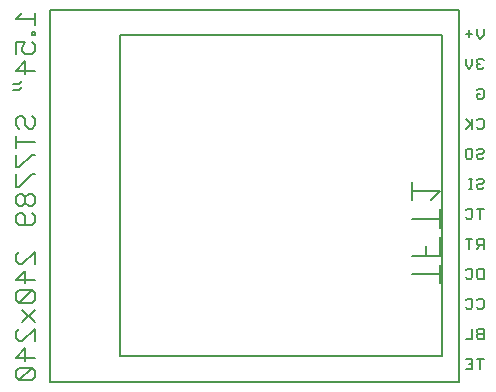
<source format=gbr>
G04 EAGLE Gerber RS-274X export*
G75*
%MOMM*%
%FSLAX34Y34*%
%LPD*%
%INSilkscreen Bottom*%
%IPPOS*%
%AMOC8*
5,1,8,0,0,1.08239X$1,22.5*%
G01*
%ADD10C,0.152400*%
%ADD11C,0.203200*%
%ADD12C,0.127000*%


D10*
X353568Y300235D02*
X353568Y294473D01*
X350687Y291592D01*
X347806Y294473D01*
X347806Y300235D01*
X344213Y295914D02*
X338451Y295914D01*
X341332Y298795D02*
X341332Y293033D01*
X352127Y274835D02*
X353568Y273395D01*
X352127Y274835D02*
X349246Y274835D01*
X347806Y273395D01*
X347806Y271954D01*
X349246Y270514D01*
X350687Y270514D01*
X349246Y270514D02*
X347806Y269073D01*
X347806Y267633D01*
X349246Y266192D01*
X352127Y266192D01*
X353568Y267633D01*
X344213Y269073D02*
X344213Y274835D01*
X344213Y269073D02*
X341332Y266192D01*
X338451Y269073D01*
X338451Y274835D01*
X349246Y249435D02*
X347806Y247995D01*
X349246Y249435D02*
X352127Y249435D01*
X353568Y247995D01*
X353568Y242233D01*
X352127Y240792D01*
X349246Y240792D01*
X347806Y242233D01*
X347806Y245114D01*
X350687Y245114D01*
X349246Y224035D02*
X347806Y222595D01*
X349246Y224035D02*
X352127Y224035D01*
X353568Y222595D01*
X353568Y216833D01*
X352127Y215392D01*
X349246Y215392D01*
X347806Y216833D01*
X344213Y215392D02*
X344213Y224035D01*
X344213Y218273D02*
X338451Y224035D01*
X342772Y219714D02*
X338451Y215392D01*
X349246Y198635D02*
X347806Y197195D01*
X349246Y198635D02*
X352127Y198635D01*
X353568Y197195D01*
X353568Y195754D01*
X352127Y194314D01*
X349246Y194314D01*
X347806Y192873D01*
X347806Y191433D01*
X349246Y189992D01*
X352127Y189992D01*
X353568Y191433D01*
X342772Y198635D02*
X339891Y198635D01*
X342772Y198635D02*
X344213Y197195D01*
X344213Y191433D01*
X342772Y189992D01*
X339891Y189992D01*
X338451Y191433D01*
X338451Y197195D01*
X339891Y198635D01*
X349246Y173235D02*
X347806Y171795D01*
X349246Y173235D02*
X352127Y173235D01*
X353568Y171795D01*
X353568Y170354D01*
X352127Y168914D01*
X349246Y168914D01*
X347806Y167473D01*
X347806Y166033D01*
X349246Y164592D01*
X352127Y164592D01*
X353568Y166033D01*
X344213Y164592D02*
X341332Y164592D01*
X342772Y164592D02*
X342772Y173235D01*
X341332Y173235D02*
X344213Y173235D01*
X350687Y147835D02*
X350687Y139192D01*
X353568Y147835D02*
X347806Y147835D01*
X339891Y147835D02*
X338451Y146395D01*
X339891Y147835D02*
X342772Y147835D01*
X344213Y146395D01*
X344213Y140633D01*
X342772Y139192D01*
X339891Y139192D01*
X338451Y140633D01*
X353568Y122435D02*
X353568Y113792D01*
X353568Y122435D02*
X349246Y122435D01*
X347806Y120995D01*
X347806Y118114D01*
X349246Y116673D01*
X353568Y116673D01*
X350687Y116673D02*
X347806Y113792D01*
X341332Y113792D02*
X341332Y122435D01*
X344213Y122435D02*
X338451Y122435D01*
X353568Y97035D02*
X353568Y88392D01*
X349246Y88392D01*
X347806Y89833D01*
X347806Y95595D01*
X349246Y97035D01*
X353568Y97035D01*
X339891Y97035D02*
X338451Y95595D01*
X339891Y97035D02*
X342772Y97035D01*
X344213Y95595D01*
X344213Y89833D01*
X342772Y88392D01*
X339891Y88392D01*
X338451Y89833D01*
X349246Y71635D02*
X347806Y70195D01*
X349246Y71635D02*
X352127Y71635D01*
X353568Y70195D01*
X353568Y64433D01*
X352127Y62992D01*
X349246Y62992D01*
X347806Y64433D01*
X339891Y71635D02*
X338451Y70195D01*
X339891Y71635D02*
X342772Y71635D01*
X344213Y70195D01*
X344213Y64433D01*
X342772Y62992D01*
X339891Y62992D01*
X338451Y64433D01*
X353568Y46235D02*
X353568Y37592D01*
X353568Y46235D02*
X349246Y46235D01*
X347806Y44795D01*
X347806Y43354D01*
X349246Y41914D01*
X347806Y40473D01*
X347806Y39033D01*
X349246Y37592D01*
X353568Y37592D01*
X353568Y41914D02*
X349246Y41914D01*
X344213Y46235D02*
X344213Y37592D01*
X338451Y37592D01*
D11*
X-36924Y313453D02*
X-42177Y308199D01*
X-26416Y308199D01*
X-26416Y313453D02*
X-26416Y302945D01*
X-26416Y297081D02*
X-29043Y297081D01*
X-29043Y294454D01*
X-26416Y294454D01*
X-26416Y297081D01*
X-42177Y288895D02*
X-42177Y278388D01*
X-42177Y288895D02*
X-34297Y288895D01*
X-36924Y283642D01*
X-36924Y281015D01*
X-34297Y278388D01*
X-29043Y278388D01*
X-26416Y281015D01*
X-26416Y286268D01*
X-29043Y288895D01*
X-26416Y264643D02*
X-42177Y264643D01*
X-34297Y272524D01*
X-34297Y262016D01*
X-39551Y253525D02*
X-44804Y253525D01*
X-39551Y253525D02*
X-36924Y256152D01*
X-39551Y248272D02*
X-44804Y248272D01*
X-39551Y248272D02*
X-36924Y250898D01*
X-42177Y218257D02*
X-39551Y215630D01*
X-42177Y218257D02*
X-42177Y223511D01*
X-39551Y226138D01*
X-36924Y226138D01*
X-34297Y223511D01*
X-34297Y218257D01*
X-31670Y215630D01*
X-29043Y215630D01*
X-26416Y218257D01*
X-26416Y223511D01*
X-29043Y226138D01*
X-26416Y204512D02*
X-42177Y204512D01*
X-42177Y199259D02*
X-42177Y209766D01*
X-42177Y193395D02*
X-42177Y182887D01*
X-39551Y182887D01*
X-29043Y193395D01*
X-26416Y193395D01*
X-42177Y177023D02*
X-42177Y166515D01*
X-39551Y166515D01*
X-29043Y177023D01*
X-26416Y177023D01*
X-39551Y160651D02*
X-42177Y158025D01*
X-42177Y152771D01*
X-39551Y150144D01*
X-36924Y150144D01*
X-34297Y152771D01*
X-31670Y150144D01*
X-29043Y150144D01*
X-26416Y152771D01*
X-26416Y158025D01*
X-29043Y160651D01*
X-31670Y160651D01*
X-34297Y158025D01*
X-36924Y160651D01*
X-39551Y160651D01*
X-34297Y158025D02*
X-34297Y152771D01*
X-29043Y144280D02*
X-26416Y141653D01*
X-26416Y136399D01*
X-29043Y133772D01*
X-39551Y133772D01*
X-42177Y136399D01*
X-42177Y141653D01*
X-39551Y144280D01*
X-36924Y144280D01*
X-34297Y141653D01*
X-34297Y133772D01*
X-26416Y111537D02*
X-26416Y101029D01*
X-26416Y111537D02*
X-36924Y101029D01*
X-39551Y101029D01*
X-42177Y103656D01*
X-42177Y108910D01*
X-39551Y111537D01*
X-42177Y87285D02*
X-26416Y87285D01*
X-34297Y95165D02*
X-42177Y87285D01*
X-34297Y84658D02*
X-34297Y95165D01*
X-29043Y78794D02*
X-39551Y78794D01*
X-42177Y76167D01*
X-42177Y70913D01*
X-39551Y68286D01*
X-29043Y68286D01*
X-26416Y70913D01*
X-26416Y76167D01*
X-29043Y78794D01*
X-39551Y68286D01*
X-36924Y62422D02*
X-26416Y51914D01*
X-26416Y62422D02*
X-36924Y51914D01*
X-26416Y46051D02*
X-26416Y35543D01*
X-26416Y46051D02*
X-36924Y35543D01*
X-39551Y35543D01*
X-42177Y38170D01*
X-42177Y43424D01*
X-39551Y46051D01*
X-42177Y21798D02*
X-26416Y21798D01*
X-34297Y29679D02*
X-42177Y21798D01*
X-34297Y19171D02*
X-34297Y29679D01*
X-29043Y13307D02*
X-39551Y13307D01*
X-42177Y10681D01*
X-42177Y5427D01*
X-39551Y2800D01*
X-29043Y2800D01*
X-26416Y5427D01*
X-26416Y10681D01*
X-29043Y13307D01*
X-39551Y2800D01*
D10*
X350687Y12192D02*
X350687Y20835D01*
X353568Y20835D02*
X347806Y20835D01*
X344213Y20835D02*
X338451Y20835D01*
X344213Y20835D02*
X344213Y12192D01*
X338451Y12192D01*
X341332Y16514D02*
X344213Y16514D01*
D12*
X318170Y22750D02*
X318170Y294750D01*
X46170Y294750D01*
X46170Y22750D01*
X318170Y22750D01*
X333170Y1150D02*
X333170Y316350D01*
X-13830Y316350D01*
X-13830Y1150D01*
X333170Y1150D01*
D11*
X316574Y92562D02*
X293186Y92562D01*
X316574Y84766D02*
X316574Y100358D01*
X316574Y108154D02*
X293186Y108154D01*
X316574Y108154D02*
X316574Y123746D01*
X304880Y115950D02*
X304880Y108154D01*
X293186Y139338D02*
X316574Y139338D01*
X316574Y131542D02*
X316574Y147134D01*
X308778Y154930D02*
X316574Y162726D01*
X293186Y162726D01*
X293186Y154930D02*
X293186Y170522D01*
M02*

</source>
